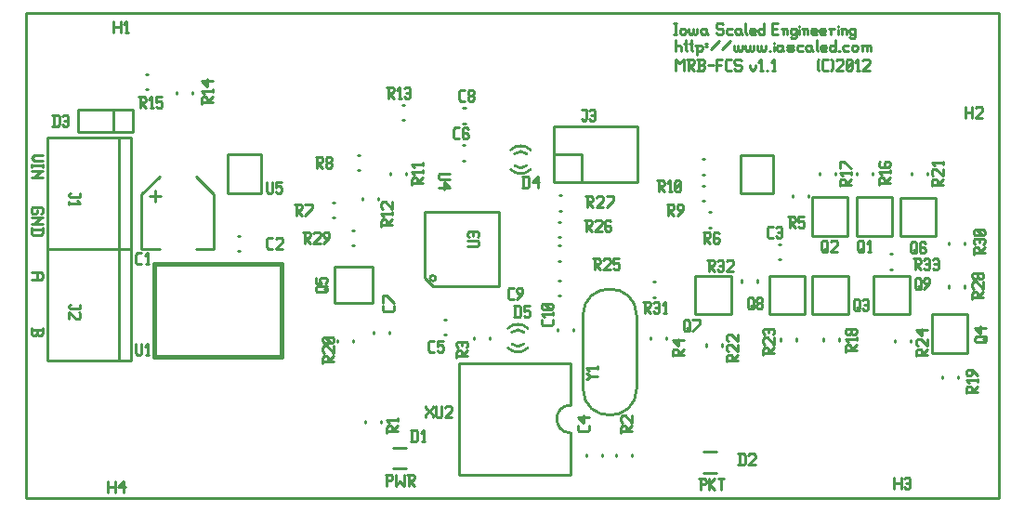
<source format=gbr>
G04 start of page 7 for group -4079 idx -4079 *
G04 Title: (unknown), topsilk *
G04 Creator: pcb 20110918 *
G04 CreationDate: Sun 03 Feb 2013 12:44:51 AM GMT UTC *
G04 For: petersen *
G04 Format: Gerber/RS-274X *
G04 PCB-Dimensions: 350000 175000 *
G04 PCB-Coordinate-Origin: lower left *
%MOIN*%
%FSLAX25Y25*%
%LNTOPSILK*%
%ADD82C,0.0150*%
%ADD81C,0.0100*%
G54D81*X500Y500D02*Y174500D01*
X349500D01*
Y500D02*Y174500D01*
Y500D02*X500D01*
X242500Y7500D02*Y3500D01*
X242000Y7500D02*X244000D01*
X244500Y7000D01*
Y6000D01*
X244000Y5500D02*X244500Y6000D01*
X242500Y5500D02*X244000D01*
X245700Y7500D02*Y3500D01*
Y5500D02*X247700Y7500D01*
X245700Y5500D02*X247700Y3500D01*
X248900Y7500D02*X250900D01*
X249900D02*Y3500D01*
X233000Y171000D02*X234000D01*
X233500D02*Y167000D01*
X233000D02*X234000D01*
X235200Y168500D02*Y167500D01*
Y168500D02*X235700Y169000D01*
X236700D01*
X237200Y168500D01*
Y167500D01*
X236700Y167000D02*X237200Y167500D01*
X235700Y167000D02*X236700D01*
X235200Y167500D02*X235700Y167000D01*
X238400Y169000D02*Y167500D01*
X238900Y167000D01*
X239400D01*
X239900Y167500D01*
Y169000D02*Y167500D01*
X240400Y167000D01*
X240900D01*
X241400Y167500D01*
Y169000D02*Y167500D01*
X244100Y169000D02*X244600Y168500D01*
X243100Y169000D02*X244100D01*
X242600Y168500D02*X243100Y169000D01*
X242600Y168500D02*Y167500D01*
X243100Y167000D01*
X244600Y169000D02*Y167500D01*
X245100Y167000D01*
X243100D02*X244100D01*
X244600Y167500D01*
X250100Y171000D02*X250600Y170500D01*
X248600Y171000D02*X250100D01*
X248100Y170500D02*X248600Y171000D01*
X248100Y170500D02*Y169500D01*
X248600Y169000D01*
X250100D01*
X250600Y168500D01*
Y167500D01*
X250100Y167000D02*X250600Y167500D01*
X248600Y167000D02*X250100D01*
X248100Y167500D02*X248600Y167000D01*
X252300Y169000D02*X253800D01*
X251800Y168500D02*X252300Y169000D01*
X251800Y168500D02*Y167500D01*
X252300Y167000D01*
X253800D01*
X256500Y169000D02*X257000Y168500D01*
X255500Y169000D02*X256500D01*
X255000Y168500D02*X255500Y169000D01*
X255000Y168500D02*Y167500D01*
X255500Y167000D01*
X257000Y169000D02*Y167500D01*
X257500Y167000D01*
X255500D02*X256500D01*
X257000Y167500D01*
X258700Y171000D02*Y167500D01*
X259200Y167000D01*
X260700D02*X262200D01*
X260200Y167500D02*X260700Y167000D01*
X260200Y168500D02*Y167500D01*
Y168500D02*X260700Y169000D01*
X261700D01*
X262200Y168500D01*
X260200Y168000D02*X262200D01*
Y168500D02*Y168000D01*
X265400Y171000D02*Y167000D01*
X264900D02*X265400Y167500D01*
X263900Y167000D02*X264900D01*
X263400Y167500D02*X263900Y167000D01*
X263400Y168500D02*Y167500D01*
Y168500D02*X263900Y169000D01*
X264900D01*
X265400Y168500D01*
X268400Y169000D02*X269900D01*
X268400Y167000D02*X270400D01*
X268400Y171000D02*Y167000D01*
Y171000D02*X270400D01*
X272100Y168500D02*Y167000D01*
Y168500D02*X272600Y169000D01*
X273100D01*
X273600Y168500D01*
Y167000D01*
X271600Y169000D02*X272100Y168500D01*
X276300Y169000D02*X276800Y168500D01*
X275300Y169000D02*X276300D01*
X274800Y168500D02*X275300Y169000D01*
X274800Y168500D02*Y167500D01*
X275300Y167000D01*
X276300D01*
X276800Y167500D01*
X274800Y166000D02*X275300Y165500D01*
X276300D01*
X276800Y166000D01*
Y169000D02*Y166000D01*
X278000Y170000D02*Y169500D01*
Y168500D02*Y167000D01*
X279500Y168500D02*Y167000D01*
Y168500D02*X280000Y169000D01*
X280500D01*
X281000Y168500D01*
Y167000D01*
X279000Y169000D02*X279500Y168500D01*
X282700Y167000D02*X284200D01*
X282200Y167500D02*X282700Y167000D01*
X282200Y168500D02*Y167500D01*
Y168500D02*X282700Y169000D01*
X283700D01*
X284200Y168500D01*
X282200Y168000D02*X284200D01*
Y168500D02*Y168000D01*
X285900Y167000D02*X287400D01*
X285400Y167500D02*X285900Y167000D01*
X285400Y168500D02*Y167500D01*
Y168500D02*X285900Y169000D01*
X286900D01*
X287400Y168500D01*
X285400Y168000D02*X287400D01*
Y168500D02*Y168000D01*
X289100Y168500D02*Y167000D01*
Y168500D02*X289600Y169000D01*
X290600D01*
X288600D02*X289100Y168500D01*
X291800Y170000D02*Y169500D01*
Y168500D02*Y167000D01*
X293300Y168500D02*Y167000D01*
Y168500D02*X293800Y169000D01*
X294300D01*
X294800Y168500D01*
Y167000D01*
X292800Y169000D02*X293300Y168500D01*
X297500Y169000D02*X298000Y168500D01*
X296500Y169000D02*X297500D01*
X296000Y168500D02*X296500Y169000D01*
X296000Y168500D02*Y167500D01*
X296500Y167000D01*
X297500D01*
X298000Y167500D01*
X296000Y166000D02*X296500Y165500D01*
X297500D01*
X298000Y166000D01*
Y169000D02*Y166000D01*
X233500Y158000D02*Y154000D01*
Y158000D02*X235000Y156500D01*
X236500Y158000D01*
Y154000D01*
X237700Y158000D02*X239700D01*
X240200Y157500D01*
Y156500D01*
X239700Y156000D02*X240200Y156500D01*
X238200Y156000D02*X239700D01*
X238200Y158000D02*Y154000D01*
Y156000D02*X240200Y154000D01*
X241400D02*X243400D01*
X243900Y154500D01*
Y155500D02*Y154500D01*
X243400Y156000D02*X243900Y155500D01*
X241900Y156000D02*X243400D01*
X241900Y158000D02*Y154000D01*
X241400Y158000D02*X243400D01*
X243900Y157500D01*
Y156500D01*
X243400Y156000D02*X243900Y156500D01*
X245100Y156000D02*X247100D01*
X248300Y158000D02*Y154000D01*
Y158000D02*X250300D01*
X248300Y156000D02*X249800D01*
X252000Y154000D02*X253500D01*
X251500Y154500D02*X252000Y154000D01*
X251500Y157500D02*Y154500D01*
Y157500D02*X252000Y158000D01*
X253500D01*
X256700D02*X257200Y157500D01*
X255200Y158000D02*X256700D01*
X254700Y157500D02*X255200Y158000D01*
X254700Y157500D02*Y156500D01*
X255200Y156000D01*
X256700D01*
X257200Y155500D01*
Y154500D01*
X256700Y154000D02*X257200Y154500D01*
X255200Y154000D02*X256700D01*
X254700Y154500D02*X255200Y154000D01*
X260200Y156000D02*Y155000D01*
X261200Y154000D01*
X262200Y155000D01*
Y156000D02*Y155000D01*
X263900Y154000D02*X264900D01*
X264400Y158000D02*Y154000D01*
X263400Y157000D02*X264400Y158000D01*
X266100Y154000D02*X266600D01*
X268300D02*X269300D01*
X268800Y158000D02*Y154000D01*
X267800Y157000D02*X268800Y158000D01*
X130000Y9000D02*Y5000D01*
X129500Y9000D02*X131500D01*
X132000Y8500D01*
Y7500D01*
X131500Y7000D02*X132000Y7500D01*
X130000Y7000D02*X131500D01*
X133200Y9000D02*Y5000D01*
X134700Y6500D01*
X136200Y5000D01*
Y9000D02*Y5000D01*
X137400Y9000D02*X139400D01*
X139900Y8500D01*
Y7500D01*
X139400Y7000D02*X139900Y7500D01*
X137900Y7000D02*X139400D01*
X137900Y9000D02*Y5000D01*
Y7000D02*X139900Y5000D01*
X3500Y123500D02*X6500D01*
X3500D02*X2500Y122500D01*
X3500Y121500D01*
X6500D01*
Y120300D02*Y119300D01*
X2500Y119800D02*X6500D01*
X2500Y120300D02*Y119300D01*
Y118100D02*X6500D01*
X6000D02*X6500D01*
X6000D02*X3500Y115600D01*
X2500D02*X6500D01*
Y103000D02*X6000Y102500D01*
X6500Y104500D02*Y103000D01*
X6000Y105000D02*X6500Y104500D01*
X3000Y105000D02*X6000D01*
X3000D02*X2500Y104500D01*
Y103000D01*
X3000Y102500D01*
X4000D01*
X4500Y103000D02*X4000Y102500D01*
X4500Y104000D02*Y103000D01*
X2500Y101300D02*X6500D01*
X6000D02*X6500D01*
X6000D02*X3500Y98800D01*
X2500D02*X6500D01*
X2500Y97100D02*X6500D01*
Y95600D02*X6000Y95100D01*
X3000D02*X6000D01*
X2500Y95600D02*X3000Y95100D01*
X2500Y97600D02*Y95600D01*
X6500Y97600D02*Y95600D01*
X2500Y81500D02*X6000D01*
X6500Y81000D01*
Y79500D01*
X6000Y79000D01*
X2500D02*X6000D01*
X4500Y81500D02*Y79000D01*
X2500Y61500D02*Y59500D01*
X3000Y59000D01*
X4000D01*
X4500Y59500D02*X4000Y59000D01*
X4500Y61000D02*Y59500D01*
X2500Y61000D02*X6500D01*
Y61500D02*Y59500D01*
X6000Y59000D01*
X5000D02*X6000D01*
X4500Y59500D02*X5000Y59000D01*
X233500Y165000D02*Y161000D01*
Y162500D02*X234000Y163000D01*
X235000D01*
X235500Y162500D01*
Y161000D01*
X237200Y165000D02*Y161500D01*
X237700Y161000D01*
X236700Y163500D02*X237700D01*
X239200Y165000D02*Y161500D01*
X239700Y161000D01*
X238700Y163500D02*X239700D01*
X241200Y162500D02*Y159500D01*
X240700Y163000D02*X241200Y162500D01*
X241700Y163000D01*
X242700D01*
X243200Y162500D01*
Y161500D01*
X242700Y161000D02*X243200Y161500D01*
X241700Y161000D02*X242700D01*
X241200Y161500D02*X241700Y161000D01*
X244400Y163500D02*X244900D01*
X244400Y162500D02*X244900D01*
X246100Y161500D02*X249100Y164500D01*
X250300Y161500D02*X253300Y164500D01*
X254500Y163000D02*Y161500D01*
X255000Y161000D01*
X255500D01*
X256000Y161500D01*
Y163000D02*Y161500D01*
X256500Y161000D01*
X257000D01*
X257500Y161500D01*
Y163000D02*Y161500D01*
X258700Y163000D02*Y161500D01*
X259200Y161000D01*
X259700D01*
X260200Y161500D01*
Y163000D02*Y161500D01*
X260700Y161000D01*
X261200D01*
X261700Y161500D01*
Y163000D02*Y161500D01*
X262900Y163000D02*Y161500D01*
X263400Y161000D01*
X263900D01*
X264400Y161500D01*
Y163000D02*Y161500D01*
X264900Y161000D01*
X265400D01*
X265900Y161500D01*
Y163000D02*Y161500D01*
X267100Y161000D02*X267600D01*
X268800Y164000D02*Y163500D01*
Y162500D02*Y161000D01*
X271300Y163000D02*X271800Y162500D01*
X270300Y163000D02*X271300D01*
X269800Y162500D02*X270300Y163000D01*
X269800Y162500D02*Y161500D01*
X270300Y161000D01*
X271800Y163000D02*Y161500D01*
X272300Y161000D01*
X270300D02*X271300D01*
X271800Y161500D01*
X274000Y161000D02*X275500D01*
X276000Y161500D01*
X275500Y162000D02*X276000Y161500D01*
X274000Y162000D02*X275500D01*
X273500Y162500D02*X274000Y162000D01*
X273500Y162500D02*X274000Y163000D01*
X275500D01*
X276000Y162500D01*
X273500Y161500D02*X274000Y161000D01*
X277700Y163000D02*X279200D01*
X277200Y162500D02*X277700Y163000D01*
X277200Y162500D02*Y161500D01*
X277700Y161000D01*
X279200D01*
X281900Y163000D02*X282400Y162500D01*
X280900Y163000D02*X281900D01*
X280400Y162500D02*X280900Y163000D01*
X280400Y162500D02*Y161500D01*
X280900Y161000D01*
X282400Y163000D02*Y161500D01*
X282900Y161000D01*
X280900D02*X281900D01*
X282400Y161500D01*
X284100Y165000D02*Y161500D01*
X284600Y161000D01*
X286100D02*X287600D01*
X285600Y161500D02*X286100Y161000D01*
X285600Y162500D02*Y161500D01*
Y162500D02*X286100Y163000D01*
X287100D01*
X287600Y162500D01*
X285600Y162000D02*X287600D01*
Y162500D02*Y162000D01*
X290800Y165000D02*Y161000D01*
X290300D02*X290800Y161500D01*
X289300Y161000D02*X290300D01*
X288800Y161500D02*X289300Y161000D01*
X288800Y162500D02*Y161500D01*
Y162500D02*X289300Y163000D01*
X290300D01*
X290800Y162500D01*
X292000Y161000D02*X292500D01*
X294200Y163000D02*X295700D01*
X293700Y162500D02*X294200Y163000D01*
X293700Y162500D02*Y161500D01*
X294200Y161000D01*
X295700D01*
X296900Y162500D02*Y161500D01*
Y162500D02*X297400Y163000D01*
X298400D01*
X298900Y162500D01*
Y161500D01*
X298400Y161000D02*X298900Y161500D01*
X297400Y161000D02*X298400D01*
X296900Y161500D02*X297400Y161000D01*
X300600Y162500D02*Y161000D01*
Y162500D02*X301100Y163000D01*
X301600D01*
X302100Y162500D01*
Y161000D01*
Y162500D02*X302600Y163000D01*
X303100D01*
X303600Y162500D01*
Y161000D01*
X300100Y163000D02*X300600Y162500D01*
X284500Y154500D02*X285000Y154000D01*
X284500Y157500D02*X285000Y158000D01*
X284500Y157500D02*Y154500D01*
X286700Y154000D02*X288200D01*
X286200Y154500D02*X286700Y154000D01*
X286200Y157500D02*Y154500D01*
Y157500D02*X286700Y158000D01*
X288200D01*
X289400D02*X289900Y157500D01*
Y154500D01*
X289400Y154000D02*X289900Y154500D01*
X291100Y157500D02*X291600Y158000D01*
X293100D01*
X293600Y157500D01*
Y156500D01*
X291100Y154000D02*X293600Y156500D01*
X291100Y154000D02*X293600D01*
X294800Y154500D02*X295300Y154000D01*
X294800Y157500D02*Y154500D01*
Y157500D02*X295300Y158000D01*
X296300D01*
X296800Y157500D01*
Y154500D01*
X296300Y154000D02*X296800Y154500D01*
X295300Y154000D02*X296300D01*
X294800Y155000D02*X296800Y157000D01*
X298500Y154000D02*X299500D01*
X299000Y158000D02*Y154000D01*
X298000Y157000D02*X299000Y158000D01*
X300700Y157500D02*X301200Y158000D01*
X302700D01*
X303200Y157500D01*
Y156500D01*
X300700Y154000D02*X303200Y156500D01*
X300700Y154000D02*X303200D01*
X117755Y57393D02*Y56607D01*
X112245Y57393D02*Y56607D01*
X8200Y90000D02*Y50000D01*
X38200Y90000D02*Y50000D01*
X33800Y90000D02*Y50000D01*
X8200Y90000D02*X38200D01*
X8200Y50000D02*X38200D01*
G54D82*X46665Y51126D02*X92335D01*
X46665Y84590D02*X92335D01*
X46665D02*Y51126D01*
X92335Y84590D02*Y51126D01*
G54D81*X122245Y28393D02*Y27607D01*
X127755Y28393D02*Y27607D01*
X276755Y57893D02*Y57107D01*
X271245Y57893D02*Y57107D01*
X250255Y55893D02*Y55107D01*
X244745Y55893D02*Y55107D01*
X317755Y57393D02*Y56607D01*
X312245Y57393D02*Y56607D01*
X334755Y44393D02*Y43607D01*
X329245Y44393D02*Y43607D01*
X292255Y57893D02*Y57107D01*
X286745Y57893D02*Y57107D01*
X256900Y123700D02*Y109800D01*
X268700D01*
Y123700D01*
X256900D01*
X318245Y117393D02*Y116607D01*
X323755Y117393D02*Y116607D01*
X281255Y109393D02*Y108607D01*
X275745Y109393D02*Y108607D01*
X298745Y117393D02*Y116607D01*
X304255Y117393D02*Y116607D01*
X298500Y108500D02*Y94600D01*
X311300D01*
Y108500D01*
X298500D01*
X314100Y108400D02*Y94500D01*
X326900D01*
Y108400D02*Y94500D01*
X314100Y108400D02*X326900D01*
X338400Y66500D02*Y52600D01*
X325600Y66500D02*X338400D01*
X325600D02*Y52600D01*
X338400D01*
X337255Y76893D02*Y76107D01*
X331745Y76893D02*Y76107D01*
X295500Y80400D02*Y66500D01*
X282700Y80400D02*X295500D01*
X282700D02*Y66500D01*
X295500D01*
X270607Y91755D02*X271393D01*
X270607Y86245D02*X271393D01*
X317500Y80400D02*Y66500D01*
X304700Y80400D02*X317500D01*
X304700D02*Y66500D01*
X317500D01*
X310607Y88255D02*X311393D01*
X310607Y82745D02*X311393D01*
X175879Y119879D02*G75*G03X180121Y119879I2121J2121D01*G01*
X180121Y124121D02*G75*G03X175879Y124121I-2121J-2121D01*G01*
X174464Y118464D02*G75*G03X181536Y118464I3536J3536D01*G01*
X181536Y125536D02*G75*G03X174464Y125536I-3536J-3536D01*G01*
X156000Y49000D02*X196000D01*
X156000D02*Y9000D01*
X196000D01*
Y49000D02*Y34000D01*
Y24000D02*Y9000D01*
Y34000D02*G75*G03X196000Y24000I0J-5000D01*G01*
X161245Y58393D02*Y57607D01*
X166755Y58393D02*Y57607D01*
X179121Y60121D02*G75*G03X174879Y60121I-2121J-2121D01*G01*
X174879Y55879D02*G75*G03X179121Y55879I2121J2121D01*G01*
X180536Y61536D02*G75*G03X173464Y61536I-3536J-3536D01*G01*
X173464Y54464D02*G75*G03X180536Y54464I3536J3536D01*G01*
X150607Y59245D02*X151393D01*
X150607Y64755D02*X151393D01*
X143621Y103379D02*Y79521D01*
Y103379D02*X170379D01*
Y76621D01*
X146521D02*X170379D01*
X146521D02*X143621Y79521D01*
X146521Y78521D02*G75*G03X146521Y78521I0J1000D01*G01*
X132138Y11260D02*X136862D01*
X132138Y18740D02*X136862D01*
X157107Y121745D02*X157893D01*
X157107Y127255D02*X157893D01*
X157407Y135045D02*X158193D01*
X157407Y140555D02*X158193D01*
X191807Y109155D02*X192593D01*
X191807Y103645D02*X192593D01*
X191607Y99755D02*X192393D01*
X191607Y94245D02*X192393D01*
X191607Y91255D02*X192393D01*
X191607Y85745D02*X192393D01*
X191607Y73245D02*X192393D01*
X191607Y78755D02*X192393D01*
X280000Y80400D02*Y66500D01*
X267200Y80400D02*X280000D01*
X267200D02*Y66500D01*
X280000D01*
X262755Y78893D02*Y78107D01*
X257245Y78893D02*Y78107D01*
X253500Y80400D02*Y66500D01*
X240700Y80400D02*X253500D01*
X240700D02*Y66500D01*
X253500D01*
X245607Y103255D02*X246393D01*
X245607Y97745D02*X246393D01*
X219646Y65992D02*Y40008D01*
X200354Y65992D02*Y40008D01*
G75*G03X219646Y40008I9646J0D01*G01*
Y65992D02*G75*G03X200354Y65992I-9646J0D01*G01*
X190000Y114000D02*X220000D01*
Y134000D02*Y114000D01*
X190000Y134000D02*X220000D01*
X190000D02*Y114000D01*
X200000Y124000D02*Y114000D01*
X190000Y124000D02*X200000D01*
X196755Y61393D02*Y60607D01*
X191245Y61393D02*Y60607D01*
X243107Y107245D02*X243893D01*
X243107Y112755D02*X243893D01*
X243107Y116745D02*X243893D01*
X243107Y122255D02*X243893D01*
X285245Y117393D02*Y116607D01*
X290755Y117393D02*Y116607D01*
X201745Y16393D02*Y15607D01*
X207255Y16393D02*Y15607D01*
X217755Y16393D02*Y15607D01*
X212245Y16393D02*Y15607D01*
X243638Y17240D02*X248362D01*
X243638Y9760D02*X248362D01*
X225607Y78255D02*X226393D01*
X225607Y72745D02*X226393D01*
X230255Y58393D02*Y57607D01*
X224745Y58393D02*Y57607D01*
X282500Y108500D02*Y94600D01*
X295300D01*
Y108500D01*
X282500D01*
X331745Y92393D02*Y91607D01*
X337255Y92393D02*Y91607D01*
X19100Y140000D02*X38800D01*
X19100Y132000D02*X38800D01*
Y140000D02*Y132000D01*
X19100Y140000D02*Y132000D01*
X32000Y140000D02*Y132000D01*
X8200Y130000D02*Y90000D01*
X38200Y130000D02*Y90000D01*
X33800Y130000D02*Y90000D01*
X8200Y130000D02*X38200D01*
X8200Y90000D02*X38200D01*
X43607Y152755D02*X44393D01*
X43607Y147245D02*X44393D01*
X121245Y108393D02*Y107607D01*
X126755Y108393D02*Y107607D01*
X110607Y101245D02*X111393D01*
X110607Y106755D02*X111393D01*
X136755Y117393D02*Y116607D01*
X131245Y117393D02*Y116607D01*
X119607Y118245D02*X120393D01*
X119607Y123755D02*X120393D01*
X111100Y83500D02*X125000D01*
X111100D02*Y70700D01*
X125000D01*
Y83500D02*Y70700D01*
X117607Y91245D02*X118393D01*
X117607Y96755D02*X118393D01*
X130755Y60393D02*Y59607D01*
X125245Y60393D02*Y59607D01*
X73000Y124000D02*Y110100D01*
X84800D01*
Y124000D01*
X73000D01*
X42008Y90008D02*X48504D01*
X61496D02*X67992D01*
Y109496D02*Y90008D01*
X42008Y109496D02*Y90008D01*
X67992Y109496D02*X61496Y115992D01*
X42008Y109496D02*X48504Y115992D01*
X45000Y109000D02*X49000D01*
X47000Y111000D02*Y107000D01*
X76607Y89245D02*X77393D01*
X76607Y94755D02*X77393D01*
X135607Y136245D02*X136393D01*
X135607Y141755D02*X136393D01*
X60255Y146393D02*Y145607D01*
X54745Y146393D02*Y145607D01*
X30000Y6500D02*Y2500D01*
X32500Y6500D02*Y2500D01*
X30000Y4500D02*X32500D01*
X33700D02*X35700Y6500D01*
X33700Y4500D02*X36200D01*
X35700Y6500D02*Y2500D01*
X40000Y56000D02*Y52500D01*
X40500Y52000D01*
X41500D01*
X42000Y52500D01*
Y56000D02*Y52500D01*
X43700Y52000D02*X44700D01*
X44200Y56000D02*Y52000D01*
X43200Y55000D02*X44200Y56000D01*
X20000Y110000D02*Y108500D01*
X16500D02*X20000D01*
X16000Y109000D02*X16500Y108500D01*
X16000Y109500D02*Y109000D01*
X16500Y110000D02*X16000Y109500D01*
Y106800D02*Y105800D01*
Y106300D02*X20000D01*
X19000Y107300D02*X20000Y106300D01*
Y70000D02*Y68500D01*
X16500D02*X20000D01*
X16000Y69000D02*X16500Y68500D01*
X16000Y69500D02*Y69000D01*
X16500Y70000D02*X16000Y69500D01*
X19500Y67300D02*X20000Y66800D01*
Y65300D01*
X19500Y64800D01*
X18500D02*X19500D01*
X16000Y67300D02*X18500Y64800D01*
X16000Y67300D02*Y64800D01*
X130000Y26000D02*Y24000D01*
Y26000D02*X130500Y26500D01*
X131500D01*
X132000Y26000D02*X131500Y26500D01*
X132000Y26000D02*Y24500D01*
X130000D02*X134000D01*
X132000D02*X134000Y26500D01*
Y29200D02*Y28200D01*
X130000Y28700D02*X134000D01*
X131000Y27700D02*X130000Y28700D01*
X202500Y26500D02*Y25000D01*
X202000Y24500D02*X202500Y25000D01*
X199000Y24500D02*X202000D01*
X199000D02*X198500Y25000D01*
Y26500D02*Y25000D01*
X200500Y27700D02*X198500Y29700D01*
X200500Y30200D02*Y27700D01*
X198500Y29700D02*X202500D01*
X139000Y25000D02*Y21000D01*
X140500Y25000D02*X141000Y24500D01*
Y21500D01*
X140500Y21000D02*X141000Y21500D01*
X138500Y21000D02*X140500D01*
X138500Y25000D02*X140500D01*
X142700Y21000D02*X143700D01*
X143200Y25000D02*Y21000D01*
X142200Y24000D02*X143200Y25000D01*
X87500Y90000D02*X89000D01*
X87000Y90500D02*X87500Y90000D01*
X87000Y93500D02*Y90500D01*
Y93500D02*X87500Y94000D01*
X89000D01*
X90200Y93500D02*X90700Y94000D01*
X92200D01*
X92700Y93500D01*
Y92500D01*
X90200Y90000D02*X92700Y92500D01*
X90200Y90000D02*X92700D01*
X100000Y96000D02*X102000D01*
X102500Y95500D01*
Y94500D01*
X102000Y94000D02*X102500Y94500D01*
X100500Y94000D02*X102000D01*
X100500Y96000D02*Y92000D01*
Y94000D02*X102500Y92000D01*
X103700Y95500D02*X104200Y96000D01*
X105700D01*
X106200Y95500D01*
Y94500D01*
X103700Y92000D02*X106200Y94500D01*
X103700Y92000D02*X106200D01*
X107400D02*X109400Y94000D01*
Y95500D02*Y94000D01*
X108900Y96000D02*X109400Y95500D01*
X107900Y96000D02*X108900D01*
X107400Y95500D02*X107900Y96000D01*
X107400Y95500D02*Y94500D01*
X107900Y94000D01*
X109400D01*
X159000Y91000D02*X162500D01*
X163000Y91500D01*
Y92500D02*Y91500D01*
Y92500D02*X162500Y93000D01*
X159000D02*X162500D01*
X159500Y94200D02*X159000Y94700D01*
Y95700D02*Y94700D01*
Y95700D02*X159500Y96200D01*
X162500D01*
X163000Y95700D02*X162500Y96200D01*
X163000Y95700D02*Y94700D01*
X162500Y94200D02*X163000Y94700D01*
X161000Y96200D02*Y94700D01*
X105000Y74500D02*X108000D01*
X105000D02*X104500Y75000D01*
Y76000D02*Y75000D01*
Y76000D02*X105000Y76500D01*
X108000D01*
X108500Y76000D02*X108000Y76500D01*
X108500Y76000D02*Y75000D01*
X108000Y74500D02*X108500Y75000D01*
X107500Y75500D02*X108500Y76500D01*
X104500Y79700D02*Y77700D01*
X106500D01*
X106000Y78200D01*
Y79200D02*Y78200D01*
Y79200D02*X106500Y79700D01*
X108000D01*
X108500Y79200D02*X108000Y79700D01*
X108500Y79200D02*Y78200D01*
X108000Y77700D02*X108500Y78200D01*
X145500Y53000D02*X147000D01*
X145000Y53500D02*X145500Y53000D01*
X145000Y56500D02*Y53500D01*
Y56500D02*X145500Y57000D01*
X147000D01*
X148200D02*X150200D01*
X148200D02*Y55000D01*
X148700Y55500D01*
X149700D01*
X150200Y55000D01*
Y53500D01*
X149700Y53000D02*X150200Y53500D01*
X148700Y53000D02*X149700D01*
X148200Y53500D02*X148700Y53000D01*
X132500Y69500D02*Y68000D01*
X132000Y67500D02*X132500Y68000D01*
X129000Y67500D02*X132000D01*
X129000D02*X128500Y68000D01*
Y69500D02*Y68000D01*
X132500Y70700D02*X130000Y73200D01*
X128500D02*X130000D01*
X128500D02*Y70700D01*
X189500Y64500D02*Y63000D01*
X189000Y62500D02*X189500Y63000D01*
X186000Y62500D02*X189000D01*
X186000D02*X185500Y63000D01*
Y64500D02*Y63000D01*
X189500Y67200D02*Y66200D01*
X185500Y66700D02*X189500D01*
X186500Y65700D02*X185500Y66700D01*
X189000Y68400D02*X189500Y68900D01*
X186000Y68400D02*X189000D01*
X186000D02*X185500Y68900D01*
Y69900D02*Y68900D01*
Y69900D02*X186000Y70400D01*
X189000D01*
X189500Y69900D02*X189000Y70400D01*
X189500Y69900D02*Y68900D01*
X188500Y68400D02*X186500Y70400D01*
X176000Y69500D02*Y65500D01*
X177500Y69500D02*X178000Y69000D01*
Y66000D01*
X177500Y65500D02*X178000Y66000D01*
X175500Y65500D02*X177500D01*
X175500Y69500D02*X177500D01*
X179200D02*X181200D01*
X179200D02*Y67500D01*
X179700Y68000D01*
X180700D01*
X181200Y67500D01*
Y66000D01*
X180700Y65500D02*X181200Y66000D01*
X179700Y65500D02*X180700D01*
X179200Y66000D02*X179700Y65500D01*
X312000Y8000D02*Y4000D01*
X314500Y8000D02*Y4000D01*
X312000Y6000D02*X314500D01*
X315700Y7500D02*X316200Y8000D01*
X317200D01*
X317700Y7500D01*
Y4500D01*
X317200Y4000D02*X317700Y4500D01*
X316200Y4000D02*X317200D01*
X315700Y4500D02*X316200Y4000D01*
Y6000D02*X317700D01*
X320000Y53500D02*Y51500D01*
Y53500D02*X320500Y54000D01*
X321500D01*
X322000Y53500D02*X321500Y54000D01*
X322000Y53500D02*Y52000D01*
X320000D02*X324000D01*
X322000D02*X324000Y54000D01*
X320500Y55200D02*X320000Y55700D01*
Y57200D02*Y55700D01*
Y57200D02*X320500Y57700D01*
X321500D01*
X324000Y55200D02*X321500Y57700D01*
X324000D02*Y55200D01*
X322000Y58900D02*X320000Y60900D01*
X322000Y61400D02*Y58900D01*
X320000Y60900D02*X324000D01*
X337800Y40200D02*Y38200D01*
Y40200D02*X338300Y40700D01*
X339300D01*
X339800Y40200D02*X339300Y40700D01*
X339800Y40200D02*Y38700D01*
X337800D02*X341800D01*
X339800D02*X341800Y40700D01*
Y43400D02*Y42400D01*
X337800Y42900D02*X341800D01*
X338800Y41900D02*X337800Y42900D01*
X341800Y44600D02*X339800Y46600D01*
X338300D02*X339800D01*
X337800Y46100D02*X338300Y46600D01*
X337800Y46100D02*Y45100D01*
X338300Y44600D02*X337800Y45100D01*
X338300Y44600D02*X339300D01*
X339800Y45100D01*
Y46600D02*Y45100D01*
X274000Y101500D02*X276000D01*
X276500Y101000D01*
Y100000D01*
X276000Y99500D02*X276500Y100000D01*
X274500Y99500D02*X276000D01*
X274500Y101500D02*Y97500D01*
Y99500D02*X276500Y97500D01*
X277700Y101500D02*X279700D01*
X277700D02*Y99500D01*
X278200Y100000D01*
X279200D01*
X279700Y99500D01*
Y98000D01*
X279200Y97500D02*X279700Y98000D01*
X278200Y97500D02*X279200D01*
X277700Y98000D02*X278200Y97500D01*
X286000Y92500D02*Y89500D01*
Y92500D02*X286500Y93000D01*
X287500D01*
X288000Y92500D01*
Y89500D01*
X287500Y89000D02*X288000Y89500D01*
X286500Y89000D02*X287500D01*
X286000Y89500D02*X286500Y89000D01*
X287000Y90000D02*X288000Y89000D01*
X289200Y92500D02*X289700Y93000D01*
X291200D01*
X291700Y92500D01*
Y91500D01*
X289200Y89000D02*X291700Y91500D01*
X289200Y89000D02*X291700D01*
X294500Y55000D02*Y53000D01*
Y55000D02*X295000Y55500D01*
X296000D01*
X296500Y55000D02*X296000Y55500D01*
X296500Y55000D02*Y53500D01*
X294500D02*X298500D01*
X296500D02*X298500Y55500D01*
Y58200D02*Y57200D01*
X294500Y57700D02*X298500D01*
X295500Y56700D02*X294500Y57700D01*
X298000Y59400D02*X298500Y59900D01*
X297000Y59400D02*X298000D01*
X297000D02*X296500Y59900D01*
Y60900D02*Y59900D01*
Y60900D02*X297000Y61400D01*
X298000D01*
X298500Y60900D02*X298000Y61400D01*
X298500Y60900D02*Y59900D01*
X296000Y59400D02*X296500Y59900D01*
X295000Y59400D02*X296000D01*
X295000D02*X294500Y59900D01*
Y60900D02*Y59900D01*
Y60900D02*X295000Y61400D01*
X296000D01*
X296500Y60900D02*X296000Y61400D01*
X292500Y114500D02*Y112500D01*
Y114500D02*X293000Y115000D01*
X294000D01*
X294500Y114500D02*X294000Y115000D01*
X294500Y114500D02*Y113000D01*
X292500D02*X296500D01*
X294500D02*X296500Y115000D01*
Y117700D02*Y116700D01*
X292500Y117200D02*X296500D01*
X293500Y116200D02*X292500Y117200D01*
X296500Y118900D02*X294000Y121400D01*
X292500D02*X294000D01*
X292500D02*Y118900D01*
X299000Y92500D02*Y89500D01*
Y92500D02*X299500Y93000D01*
X300500D01*
X301000Y92500D01*
Y89500D01*
X300500Y89000D02*X301000Y89500D01*
X299500Y89000D02*X300500D01*
X299000Y89500D02*X299500Y89000D01*
X300000Y90000D02*X301000Y89000D01*
X302700D02*X303700D01*
X303200Y93000D02*Y89000D01*
X302200Y92000D02*X303200Y93000D01*
X297500Y71500D02*Y68500D01*
Y71500D02*X298000Y72000D01*
X299000D01*
X299500Y71500D01*
Y68500D01*
X299000Y68000D02*X299500Y68500D01*
X298000Y68000D02*X299000D01*
X297500Y68500D02*X298000Y68000D01*
X298500Y69000D02*X299500Y68000D01*
X300700Y71500D02*X301200Y72000D01*
X302200D01*
X302700Y71500D01*
Y68500D01*
X302200Y68000D02*X302700Y68500D01*
X301200Y68000D02*X302200D01*
X300700Y68500D02*X301200Y68000D01*
Y70000D02*X302700D01*
X306500Y115000D02*Y113000D01*
Y115000D02*X307000Y115500D01*
X308000D01*
X308500Y115000D02*X308000Y115500D01*
X308500Y115000D02*Y113500D01*
X306500D02*X310500D01*
X308500D02*X310500Y115500D01*
Y118200D02*Y117200D01*
X306500Y117700D02*X310500D01*
X307500Y116700D02*X306500Y117700D01*
Y120900D02*X307000Y121400D01*
X306500Y120900D02*Y119900D01*
X307000Y119400D02*X306500Y119900D01*
X307000Y119400D02*X310000D01*
X310500Y119900D01*
X308500Y120900D02*X309000Y121400D01*
X308500Y120900D02*Y119400D01*
X310500Y120900D02*Y119900D01*
Y120900D02*X310000Y121400D01*
X309000D02*X310000D01*
X337500Y141000D02*Y137000D01*
X340000Y141000D02*Y137000D01*
X337500Y139000D02*X340000D01*
X341200Y140500D02*X341700Y141000D01*
X343200D01*
X343700Y140500D01*
Y139500D01*
X341200Y137000D02*X343700Y139500D01*
X341200Y137000D02*X343700D01*
X325500Y114500D02*Y112500D01*
Y114500D02*X326000Y115000D01*
X327000D01*
X327500Y114500D02*X327000Y115000D01*
X327500Y114500D02*Y113000D01*
X325500D02*X329500D01*
X327500D02*X329500Y115000D01*
X326000Y116200D02*X325500Y116700D01*
Y118200D02*Y116700D01*
Y118200D02*X326000Y118700D01*
X327000D01*
X329500Y116200D02*X327000Y118700D01*
X329500D02*Y116200D01*
Y121400D02*Y120400D01*
X325500Y120900D02*X329500D01*
X326500Y119900D02*X325500Y120900D01*
X340500Y90000D02*Y88000D01*
Y90000D02*X341000Y90500D01*
X342000D01*
X342500Y90000D02*X342000Y90500D01*
X342500Y90000D02*Y88500D01*
X340500D02*X344500D01*
X342500D02*X344500Y90500D01*
X341000Y91700D02*X340500Y92200D01*
Y93200D02*Y92200D01*
Y93200D02*X341000Y93700D01*
X344000D01*
X344500Y93200D02*X344000Y93700D01*
X344500Y93200D02*Y92200D01*
X344000Y91700D02*X344500Y92200D01*
X342500Y93700D02*Y92200D01*
X344000Y94900D02*X344500Y95400D01*
X341000Y94900D02*X344000D01*
X341000D02*X340500Y95400D01*
Y96400D02*Y95400D01*
Y96400D02*X341000Y96900D01*
X344000D01*
X344500Y96400D02*X344000Y96900D01*
X344500Y96400D02*Y95400D01*
X343500Y94900D02*X341500Y96900D01*
X318000Y92000D02*Y89000D01*
Y92000D02*X318500Y92500D01*
X319500D01*
X320000Y92000D01*
Y89000D01*
X319500Y88500D02*X320000Y89000D01*
X318500Y88500D02*X319500D01*
X318000Y89000D02*X318500Y88500D01*
X319000Y89500D02*X320000Y88500D01*
X322700Y92500D02*X323200Y92000D01*
X321700Y92500D02*X322700D01*
X321200Y92000D02*X321700Y92500D01*
X321200Y92000D02*Y89000D01*
X321700Y88500D01*
X322700Y90500D02*X323200Y90000D01*
X321200Y90500D02*X322700D01*
X321700Y88500D02*X322700D01*
X323200Y89000D01*
Y90000D02*Y89000D01*
X319500Y79000D02*Y76000D01*
Y79000D02*X320000Y79500D01*
X321000D01*
X321500Y79000D01*
Y76000D01*
X321000Y75500D02*X321500Y76000D01*
X320000Y75500D02*X321000D01*
X319500Y76000D02*X320000Y75500D01*
X320500Y76500D02*X321500Y75500D01*
X322700D02*X324700Y77500D01*
Y79000D02*Y77500D01*
X324200Y79500D02*X324700Y79000D01*
X323200Y79500D02*X324200D01*
X322700Y79000D02*X323200Y79500D01*
X322700Y79000D02*Y78000D01*
X323200Y77500D01*
X324700D01*
X319000Y86500D02*X321000D01*
X321500Y86000D01*
Y85000D01*
X321000Y84500D02*X321500Y85000D01*
X319500Y84500D02*X321000D01*
X319500Y86500D02*Y82500D01*
Y84500D02*X321500Y82500D01*
X322700Y86000D02*X323200Y86500D01*
X324200D01*
X324700Y86000D01*
Y83000D01*
X324200Y82500D02*X324700Y83000D01*
X323200Y82500D02*X324200D01*
X322700Y83000D02*X323200Y82500D01*
Y84500D02*X324700D01*
X325900Y86000D02*X326400Y86500D01*
X327400D01*
X327900Y86000D01*
Y83000D01*
X327400Y82500D02*X327900Y83000D01*
X326400Y82500D02*X327400D01*
X325900Y83000D02*X326400Y82500D01*
Y84500D02*X327900D01*
X341500Y56500D02*X344500D01*
X341500D02*X341000Y57000D01*
Y58000D02*Y57000D01*
Y58000D02*X341500Y58500D01*
X344500D01*
X345000Y58000D02*X344500Y58500D01*
X345000Y58000D02*Y57000D01*
X344500Y56500D02*X345000Y57000D01*
X344000Y57500D02*X345000Y58500D01*
X343000Y59700D02*X341000Y61700D01*
X343000Y62200D02*Y59700D01*
X341000Y61700D02*X345000D01*
X340000Y74000D02*Y72000D01*
Y74000D02*X340500Y74500D01*
X341500D01*
X342000Y74000D02*X341500Y74500D01*
X342000Y74000D02*Y72500D01*
X340000D02*X344000D01*
X342000D02*X344000Y74500D01*
X340500Y75700D02*X340000Y76200D01*
Y77700D02*Y76200D01*
Y77700D02*X340500Y78200D01*
X341500D01*
X344000Y75700D02*X341500Y78200D01*
X344000D02*Y75700D01*
X343500Y79400D02*X344000Y79900D01*
X342500Y79400D02*X343500D01*
X342500D02*X342000Y79900D01*
Y80900D02*Y79900D01*
Y80900D02*X342500Y81400D01*
X343500D01*
X344000Y80900D02*X343500Y81400D01*
X344000Y80900D02*Y79900D01*
X341500Y79400D02*X342000Y79900D01*
X340500Y79400D02*X341500D01*
X340500D02*X340000Y79900D01*
Y80900D02*Y79900D01*
Y80900D02*X340500Y81400D01*
X341500D01*
X342000Y80900D02*X341500Y81400D01*
X179000Y116000D02*Y112000D01*
X180500Y116000D02*X181000Y115500D01*
Y112500D01*
X180500Y112000D02*X181000Y112500D01*
X178500Y112000D02*X180500D01*
X178500Y116000D02*X180500D01*
X182200Y114000D02*X184200Y116000D01*
X182200Y114000D02*X184700D01*
X184200Y116000D02*Y112000D01*
X201500Y43157D02*X202000D01*
X203000Y44157D01*
X202000Y45157D01*
X201500D02*X202000D01*
X203000Y44157D02*X205500D01*
Y47857D02*Y46857D01*
X201500Y47357D02*X205500D01*
X202500Y46357D02*X201500Y47357D01*
X200000Y140000D02*X201500D01*
Y136500D01*
X201000Y136000D02*X201500Y136500D01*
X200500Y136000D02*X201000D01*
X200000Y136500D02*X200500Y136000D01*
X202700Y139500D02*X203200Y140000D01*
X204200D01*
X204700Y139500D01*
Y136500D01*
X204200Y136000D02*X204700Y136500D01*
X203200Y136000D02*X204200D01*
X202700Y136500D02*X203200Y136000D01*
Y138000D02*X204700D01*
X174000Y72000D02*X175500D01*
X173500Y72500D02*X174000Y72000D01*
X173500Y75500D02*Y72500D01*
Y75500D02*X174000Y76000D01*
X175500D01*
X176700Y72000D02*X178700Y74000D01*
Y75500D02*Y74000D01*
X178200Y76000D02*X178700Y75500D01*
X177200Y76000D02*X178200D01*
X176700Y75500D02*X177200Y76000D01*
X176700Y75500D02*Y74500D01*
X177200Y74000D01*
X178700D01*
X149000Y117000D02*X152500D01*
X149000D02*X148500Y116500D01*
Y115500D01*
X149000Y115000D01*
X152500D01*
X150500Y113800D02*X152500Y111800D01*
X150500Y113800D02*Y111300D01*
X148500Y111800D02*X152500D01*
X144000Y33500D02*Y33000D01*
X146500Y30500D01*
Y29500D01*
X144000Y30500D02*Y29500D01*
Y30500D02*X146500Y33000D01*
Y33500D02*Y33000D01*
X147700Y33500D02*Y30000D01*
X148200Y29500D01*
X149200D01*
X149700Y30000D01*
Y33500D02*Y30000D01*
X150900Y33000D02*X151400Y33500D01*
X152900D01*
X153400Y33000D01*
Y32000D01*
X150900Y29500D02*X153400Y32000D01*
X150900Y29500D02*X153400D01*
X155000Y53000D02*Y51000D01*
Y53000D02*X155500Y53500D01*
X156500D01*
X157000Y53000D02*X156500Y53500D01*
X157000Y53000D02*Y51500D01*
X155000D02*X159000D01*
X157000D02*X159000Y53500D01*
X155500Y54700D02*X155000Y55200D01*
Y56200D02*Y55200D01*
Y56200D02*X155500Y56700D01*
X158500D01*
X159000Y56200D02*X158500Y56700D01*
X159000Y56200D02*Y55200D01*
X158500Y54700D02*X159000Y55200D01*
X157000Y56700D02*Y55200D01*
X128000Y100000D02*Y98000D01*
Y100000D02*X128500Y100500D01*
X129500D01*
X130000Y100000D02*X129500Y100500D01*
X130000Y100000D02*Y98500D01*
X128000D02*X132000D01*
X130000D02*X132000Y100500D01*
Y103200D02*Y102200D01*
X128000Y102700D02*X132000D01*
X129000Y101700D02*X128000Y102700D01*
X128500Y104400D02*X128000Y104900D01*
Y106400D02*Y104900D01*
Y106400D02*X128500Y106900D01*
X129500D01*
X132000Y104400D02*X129500Y106900D01*
X132000D02*Y104400D01*
X139000Y115000D02*Y113000D01*
Y115000D02*X139500Y115500D01*
X140500D01*
X141000Y115000D02*X140500Y115500D01*
X141000Y115000D02*Y113500D01*
X139000D02*X143000D01*
X141000D02*X143000Y115500D01*
Y118200D02*Y117200D01*
X139000Y117700D02*X143000D01*
X140000Y116700D02*X139000Y117700D01*
X143000Y120900D02*Y119900D01*
X139000Y120400D02*X143000D01*
X140000Y119400D02*X139000Y120400D01*
X154500Y129500D02*X156000D01*
X154000Y130000D02*X154500Y129500D01*
X154000Y133000D02*Y130000D01*
Y133000D02*X154500Y133500D01*
X156000D01*
X158700D02*X159200Y133000D01*
X157700Y133500D02*X158700D01*
X157200Y133000D02*X157700Y133500D01*
X157200Y133000D02*Y130000D01*
X157700Y129500D01*
X158700Y131500D02*X159200Y131000D01*
X157200Y131500D02*X158700D01*
X157700Y129500D02*X158700D01*
X159200Y130000D01*
Y131000D02*Y130000D01*
X156500Y143000D02*X158000D01*
X156000Y143500D02*X156500Y143000D01*
X156000Y146500D02*Y143500D01*
Y146500D02*X156500Y147000D01*
X158000D01*
X159200Y143500D02*X159700Y143000D01*
X159200Y144500D02*Y143500D01*
Y144500D02*X159700Y145000D01*
X160700D01*
X161200Y144500D01*
Y143500D01*
X160700Y143000D02*X161200Y143500D01*
X159700Y143000D02*X160700D01*
X159200Y145500D02*X159700Y145000D01*
X159200Y146500D02*Y145500D01*
Y146500D02*X159700Y147000D01*
X160700D01*
X161200Y146500D01*
Y145500D01*
X160700Y145000D02*X161200Y145500D01*
X130000Y148000D02*X132000D01*
X132500Y147500D01*
Y146500D01*
X132000Y146000D02*X132500Y146500D01*
X130500Y146000D02*X132000D01*
X130500Y148000D02*Y144000D01*
Y146000D02*X132500Y144000D01*
X134200D02*X135200D01*
X134700Y148000D02*Y144000D01*
X133700Y147000D02*X134700Y148000D01*
X136400Y147500D02*X136900Y148000D01*
X137900D01*
X138400Y147500D01*
Y144500D01*
X137900Y144000D02*X138400Y144500D01*
X136900Y144000D02*X137900D01*
X136400Y144500D02*X136900Y144000D01*
Y146000D02*X138400D01*
X201400Y108800D02*X203400D01*
X203900Y108300D01*
Y107300D01*
X203400Y106800D02*X203900Y107300D01*
X201900Y106800D02*X203400D01*
X201900Y108800D02*Y104800D01*
Y106800D02*X203900Y104800D01*
X205100Y108300D02*X205600Y108800D01*
X207100D01*
X207600Y108300D01*
Y107300D01*
X205100Y104800D02*X207600Y107300D01*
X205100Y104800D02*X207600D01*
X208800D02*X211300Y107300D01*
Y108800D02*Y107300D01*
X208800Y108800D02*X211300D01*
X201000Y100400D02*X203000D01*
X203500Y99900D01*
Y98900D01*
X203000Y98400D02*X203500Y98900D01*
X201500Y98400D02*X203000D01*
X201500Y100400D02*Y96400D01*
Y98400D02*X203500Y96400D01*
X204700Y99900D02*X205200Y100400D01*
X206700D01*
X207200Y99900D01*
Y98900D01*
X204700Y96400D02*X207200Y98900D01*
X204700Y96400D02*X207200D01*
X209900Y100400D02*X210400Y99900D01*
X208900Y100400D02*X209900D01*
X208400Y99900D02*X208900Y100400D01*
X208400Y99900D02*Y96900D01*
X208900Y96400D01*
X209900Y98400D02*X210400Y97900D01*
X208400Y98400D02*X209900D01*
X208900Y96400D02*X209900D01*
X210400Y96900D01*
Y97900D02*Y96900D01*
X204000Y86500D02*X206000D01*
X206500Y86000D01*
Y85000D01*
X206000Y84500D02*X206500Y85000D01*
X204500Y84500D02*X206000D01*
X204500Y86500D02*Y82500D01*
Y84500D02*X206500Y82500D01*
X207700Y86000D02*X208200Y86500D01*
X209700D01*
X210200Y86000D01*
Y85000D01*
X207700Y82500D02*X210200Y85000D01*
X207700Y82500D02*X210200D01*
X211400Y86500D02*X213400D01*
X211400D02*Y84500D01*
X211900Y85000D01*
X212900D01*
X213400Y84500D01*
Y83000D01*
X212900Y82500D02*X213400Y83000D01*
X211900Y82500D02*X212900D01*
X211400Y83000D02*X211900Y82500D01*
X265000Y54000D02*Y52000D01*
Y54000D02*X265500Y54500D01*
X266500D01*
X267000Y54000D02*X266500Y54500D01*
X267000Y54000D02*Y52500D01*
X265000D02*X269000D01*
X267000D02*X269000Y54500D01*
X265500Y55700D02*X265000Y56200D01*
Y57700D02*Y56200D01*
Y57700D02*X265500Y58200D01*
X266500D01*
X269000Y55700D02*X266500Y58200D01*
X269000D02*Y55700D01*
X265500Y59400D02*X265000Y59900D01*
Y60900D02*Y59900D01*
Y60900D02*X265500Y61400D01*
X268500D01*
X269000Y60900D02*X268500Y61400D01*
X269000Y60900D02*Y59900D01*
X268500Y59400D02*X269000Y59900D01*
X267000Y61400D02*Y59900D01*
X252000Y51500D02*Y49500D01*
Y51500D02*X252500Y52000D01*
X253500D01*
X254000Y51500D02*X253500Y52000D01*
X254000Y51500D02*Y50000D01*
X252000D02*X256000D01*
X254000D02*X256000Y52000D01*
X252500Y53200D02*X252000Y53700D01*
Y55200D02*Y53700D01*
Y55200D02*X252500Y55700D01*
X253500D01*
X256000Y53200D02*X253500Y55700D01*
X256000D02*Y53200D01*
X252500Y56900D02*X252000Y57400D01*
Y58900D02*Y57400D01*
Y58900D02*X252500Y59400D01*
X253500D01*
X256000Y56900D02*X253500Y59400D01*
X256000D02*Y56900D01*
X259500Y72000D02*Y69000D01*
Y72000D02*X260000Y72500D01*
X261000D01*
X261500Y72000D01*
Y69000D01*
X261000Y68500D02*X261500Y69000D01*
X260000Y68500D02*X261000D01*
X259500Y69000D02*X260000Y68500D01*
X260500Y69500D02*X261500Y68500D01*
X262700Y69000D02*X263200Y68500D01*
X262700Y70000D02*Y69000D01*
Y70000D02*X263200Y70500D01*
X264200D01*
X264700Y70000D01*
Y69000D01*
X264200Y68500D02*X264700Y69000D01*
X263200Y68500D02*X264200D01*
X262700Y71000D02*X263200Y70500D01*
X262700Y72000D02*Y71000D01*
Y72000D02*X263200Y72500D01*
X264200D01*
X264700Y72000D01*
Y71000D01*
X264200Y70500D02*X264700Y71000D01*
X227000Y114500D02*X229000D01*
X229500Y114000D01*
Y113000D01*
X229000Y112500D02*X229500Y113000D01*
X227500Y112500D02*X229000D01*
X227500Y114500D02*Y110500D01*
Y112500D02*X229500Y110500D01*
X231200D02*X232200D01*
X231700Y114500D02*Y110500D01*
X230700Y113500D02*X231700Y114500D01*
X233400Y111000D02*X233900Y110500D01*
X233400Y114000D02*Y111000D01*
Y114000D02*X233900Y114500D01*
X234900D01*
X235400Y114000D01*
Y111000D01*
X234900Y110500D02*X235400Y111000D01*
X233900Y110500D02*X234900D01*
X233400Y111500D02*X235400Y113500D01*
X222000Y71000D02*X224000D01*
X224500Y70500D01*
Y69500D01*
X224000Y69000D02*X224500Y69500D01*
X222500Y69000D02*X224000D01*
X222500Y71000D02*Y67000D01*
Y69000D02*X224500Y67000D01*
X225700Y70500D02*X226200Y71000D01*
X227200D01*
X227700Y70500D01*
Y67500D01*
X227200Y67000D02*X227700Y67500D01*
X226200Y67000D02*X227200D01*
X225700Y67500D02*X226200Y67000D01*
Y69000D02*X227700D01*
X229400Y67000D02*X230400D01*
X229900Y71000D02*Y67000D01*
X228900Y70000D02*X229900Y71000D01*
X214000Y26000D02*Y24000D01*
Y26000D02*X214500Y26500D01*
X215500D01*
X216000Y26000D02*X215500Y26500D01*
X216000Y26000D02*Y24500D01*
X214000D02*X218000D01*
X216000D02*X218000Y26500D01*
X214500Y27700D02*X214000Y28200D01*
Y29700D02*Y28200D01*
Y29700D02*X214500Y30200D01*
X215500D01*
X218000Y27700D02*X215500Y30200D01*
X218000D02*Y27700D01*
X230500Y106000D02*X232500D01*
X233000Y105500D01*
Y104500D01*
X232500Y104000D02*X233000Y104500D01*
X231000Y104000D02*X232500D01*
X231000Y106000D02*Y102000D01*
Y104000D02*X233000Y102000D01*
X234200D02*X236200Y104000D01*
Y105500D02*Y104000D01*
X235700Y106000D02*X236200Y105500D01*
X234700Y106000D02*X235700D01*
X234200Y105500D02*X234700Y106000D01*
X234200Y105500D02*Y104500D01*
X234700Y104000D01*
X236200D01*
X245000Y86000D02*X247000D01*
X247500Y85500D01*
Y84500D01*
X247000Y84000D02*X247500Y84500D01*
X245500Y84000D02*X247000D01*
X245500Y86000D02*Y82000D01*
Y84000D02*X247500Y82000D01*
X248700Y85500D02*X249200Y86000D01*
X250200D01*
X250700Y85500D01*
Y82500D01*
X250200Y82000D02*X250700Y82500D01*
X249200Y82000D02*X250200D01*
X248700Y82500D02*X249200Y82000D01*
Y84000D02*X250700D01*
X251900Y85500D02*X252400Y86000D01*
X253900D01*
X254400Y85500D01*
Y84500D01*
X251900Y82000D02*X254400Y84500D01*
X251900Y82000D02*X254400D01*
X232500Y53500D02*Y51500D01*
Y53500D02*X233000Y54000D01*
X234000D01*
X234500Y53500D02*X234000Y54000D01*
X234500Y53500D02*Y52000D01*
X232500D02*X236500D01*
X234500D02*X236500Y54000D01*
X234500Y55200D02*X232500Y57200D01*
X234500Y57700D02*Y55200D01*
X232500Y57200D02*X236500D01*
Y64000D02*Y61000D01*
Y64000D02*X237000Y64500D01*
X238000D01*
X238500Y64000D01*
Y61000D01*
X238000Y60500D02*X238500Y61000D01*
X237000Y60500D02*X238000D01*
X236500Y61000D02*X237000Y60500D01*
X237500Y61500D02*X238500Y60500D01*
X239700D02*X242200Y63000D01*
Y64500D02*Y63000D01*
X239700Y64500D02*X242200D01*
X243500Y96000D02*X245500D01*
X246000Y95500D01*
Y94500D01*
X245500Y94000D02*X246000Y94500D01*
X244000Y94000D02*X245500D01*
X244000Y96000D02*Y92000D01*
Y94000D02*X246000Y92000D01*
X248700Y96000D02*X249200Y95500D01*
X247700Y96000D02*X248700D01*
X247200Y95500D02*X247700Y96000D01*
X247200Y95500D02*Y92500D01*
X247700Y92000D01*
X248700Y94000D02*X249200Y93500D01*
X247200Y94000D02*X248700D01*
X247700Y92000D02*X248700D01*
X249200Y92500D01*
Y93500D02*Y92500D01*
X267000Y94000D02*X268500D01*
X266500Y94500D02*X267000Y94000D01*
X266500Y97500D02*Y94500D01*
Y97500D02*X267000Y98000D01*
X268500D01*
X269700Y97500D02*X270200Y98000D01*
X271200D01*
X271700Y97500D01*
Y94500D01*
X271200Y94000D02*X271700Y94500D01*
X270200Y94000D02*X271200D01*
X269700Y94500D02*X270200Y94000D01*
Y96000D02*X271700D01*
X256500Y16500D02*Y12500D01*
X258000Y16500D02*X258500Y16000D01*
Y13000D01*
X258000Y12500D02*X258500Y13000D01*
X256000Y12500D02*X258000D01*
X256000Y16500D02*X258000D01*
X259700Y16000D02*X260200Y16500D01*
X261700D01*
X262200Y16000D01*
Y15000D01*
X259700Y12500D02*X262200Y15000D01*
X259700Y12500D02*X262200D01*
X10500Y138000D02*Y134000D01*
X12000Y138000D02*X12500Y137500D01*
Y134500D01*
X12000Y134000D02*X12500Y134500D01*
X10000Y134000D02*X12000D01*
X10000Y138000D02*X12000D01*
X13700Y137500D02*X14200Y138000D01*
X15200D01*
X15700Y137500D01*
Y134500D01*
X15200Y134000D02*X15700Y134500D01*
X14200Y134000D02*X15200D01*
X13700Y134500D02*X14200Y134000D01*
Y136000D02*X15700D01*
X32000Y171500D02*Y167500D01*
X34500Y171500D02*Y167500D01*
X32000Y169500D02*X34500D01*
X36200Y167500D02*X37200D01*
X36700Y171500D02*Y167500D01*
X35700Y170500D02*X36700Y171500D01*
X41000Y144500D02*X43000D01*
X43500Y144000D01*
Y143000D01*
X43000Y142500D02*X43500Y143000D01*
X41500Y142500D02*X43000D01*
X41500Y144500D02*Y140500D01*
Y142500D02*X43500Y140500D01*
X45200D02*X46200D01*
X45700Y144500D02*Y140500D01*
X44700Y143500D02*X45700Y144500D01*
X47400D02*X49400D01*
X47400D02*Y142500D01*
X47900Y143000D01*
X48900D01*
X49400Y142500D01*
Y141000D01*
X48900Y140500D02*X49400Y141000D01*
X47900Y140500D02*X48900D01*
X47400Y141000D02*X47900Y140500D01*
X107000Y51000D02*Y49000D01*
Y51000D02*X107500Y51500D01*
X108500D01*
X109000Y51000D02*X108500Y51500D01*
X109000Y51000D02*Y49500D01*
X107000D02*X111000D01*
X109000D02*X111000Y51500D01*
X107500Y52700D02*X107000Y53200D01*
Y54700D02*Y53200D01*
Y54700D02*X107500Y55200D01*
X108500D01*
X111000Y52700D02*X108500Y55200D01*
X111000D02*Y52700D01*
X110500Y56400D02*X111000Y56900D01*
X107500Y56400D02*X110500D01*
X107500D02*X107000Y56900D01*
Y57900D02*Y56900D01*
Y57900D02*X107500Y58400D01*
X110500D01*
X111000Y57900D02*X110500Y58400D01*
X111000Y57900D02*Y56900D01*
X110000Y56400D02*X108000Y58400D01*
X87000Y114000D02*Y110500D01*
X87500Y110000D01*
X88500D01*
X89000Y110500D01*
Y114000D02*Y110500D01*
X90200Y114000D02*X92200D01*
X90200D02*Y112000D01*
X90700Y112500D01*
X91700D01*
X92200Y112000D01*
Y110500D01*
X91700Y110000D02*X92200Y110500D01*
X90700Y110000D02*X91700D01*
X90200Y110500D02*X90700Y110000D01*
X40500Y84500D02*X42000D01*
X40000Y85000D02*X40500Y84500D01*
X40000Y88000D02*Y85000D01*
Y88000D02*X40500Y88500D01*
X42000D01*
X43700Y84500D02*X44700D01*
X44200Y88500D02*Y84500D01*
X43200Y87500D02*X44200Y88500D01*
X97000Y106000D02*X99000D01*
X99500Y105500D01*
Y104500D01*
X99000Y104000D02*X99500Y104500D01*
X97500Y104000D02*X99000D01*
X97500Y106000D02*Y102000D01*
Y104000D02*X99500Y102000D01*
X100700D02*X103200Y104500D01*
Y106000D02*Y104500D01*
X100700Y106000D02*X103200D01*
X104500Y123000D02*X106500D01*
X107000Y122500D01*
Y121500D01*
X106500Y121000D02*X107000Y121500D01*
X105000Y121000D02*X106500D01*
X105000Y123000D02*Y119000D01*
Y121000D02*X107000Y119000D01*
X108200Y119500D02*X108700Y119000D01*
X108200Y120500D02*Y119500D01*
Y120500D02*X108700Y121000D01*
X109700D01*
X110200Y120500D01*
Y119500D01*
X109700Y119000D02*X110200Y119500D01*
X108700Y119000D02*X109700D01*
X108200Y121500D02*X108700Y121000D01*
X108200Y122500D02*Y121500D01*
Y122500D02*X108700Y123000D01*
X109700D01*
X110200Y122500D01*
Y121500D01*
X109700Y121000D02*X110200Y121500D01*
X63500Y144000D02*Y142000D01*
Y144000D02*X64000Y144500D01*
X65000D01*
X65500Y144000D02*X65000Y144500D01*
X65500Y144000D02*Y142500D01*
X63500D02*X67500D01*
X65500D02*X67500Y144500D01*
Y147200D02*Y146200D01*
X63500Y146700D02*X67500D01*
X64500Y145700D02*X63500Y146700D01*
X65500Y148400D02*X63500Y150400D01*
X65500Y150900D02*Y148400D01*
X63500Y150400D02*X67500D01*
M02*

</source>
